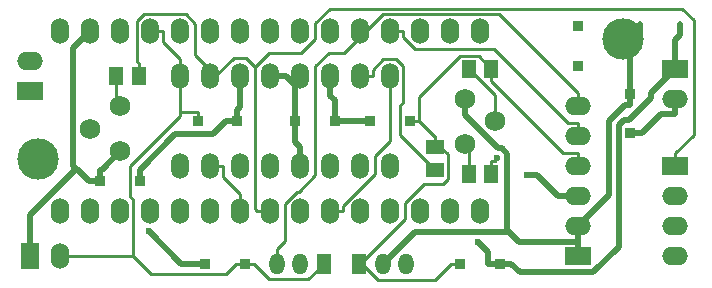
<source format=gbr>
G04 #@! TF.FileFunction,Copper,L2,Bot,Signal*
%FSLAX46Y46*%
G04 Gerber Fmt 4.6, Leading zero omitted, Abs format (unit mm)*
G04 Created by KiCad (PCBNEW 0.201506222247+5806~23~ubuntu14.04.1-product) date mar 23 giu 2015 18:59:40 CEST*
%MOMM*%
G01*
G04 APERTURE LIST*
%ADD10C,0.200000*%
%ADD11O,1.501140X2.199640*%
%ADD12C,1.750060*%
%ADD13R,1.300480X1.498600*%
%ADD14R,1.498600X1.300480*%
%ADD15R,2.199640X1.524000*%
%ADD16O,2.199640X1.524000*%
%ADD17R,1.300000X1.800000*%
%ADD18O,1.300000X1.800000*%
%ADD19C,3.500120*%
%ADD20O,1.524000X2.199640*%
%ADD21O,1.524000X2.197100*%
%ADD22R,1.524000X2.199640*%
%ADD23R,0.850900X0.850900*%
%ADD24C,0.600000*%
%ADD25C,0.500000*%
%ADD26C,0.250000*%
G04 APERTURE END LIST*
D10*
D11*
X106680000Y-77470000D03*
X109220000Y-77470000D03*
X111760000Y-77470000D03*
X114300000Y-77470000D03*
X116840000Y-77470000D03*
X119380000Y-77470000D03*
X121920000Y-77470000D03*
X124460000Y-77470000D03*
X124460000Y-69850000D03*
X121920000Y-69850000D03*
X119380000Y-69850000D03*
X116840000Y-69850000D03*
X114300000Y-69850000D03*
X111760000Y-69850000D03*
X109220000Y-69850000D03*
X106680000Y-69850000D03*
D12*
X130810000Y-75565000D03*
X133350000Y-73660000D03*
X130810000Y-71755000D03*
X101600000Y-72390000D03*
X99060000Y-74295000D03*
X101600000Y-76200000D03*
D13*
X133032500Y-78105000D03*
X131127500Y-78105000D03*
X133032500Y-69215000D03*
X131127500Y-69215000D03*
D14*
X128270000Y-75882500D03*
X128270000Y-77787500D03*
D13*
X103187500Y-69850000D03*
X101282500Y-69850000D03*
D15*
X148590000Y-69215000D03*
D16*
X148590000Y-71755000D03*
D15*
X148590000Y-77470000D03*
D16*
X148590000Y-80010000D03*
X148590000Y-82550000D03*
X148590000Y-85090000D03*
D15*
X93980000Y-71120000D03*
D16*
X93980000Y-68580000D03*
D17*
X121825000Y-85725000D03*
D18*
X123825000Y-85725000D03*
X125825000Y-85725000D03*
D19*
X94615000Y-76835000D03*
X144145000Y-66675000D03*
D17*
X118840000Y-85725000D03*
D18*
X116840000Y-85725000D03*
X114840000Y-85725000D03*
D20*
X96520000Y-81280000D03*
X99060000Y-81280000D03*
X101600000Y-81280000D03*
X104140000Y-81280000D03*
X106680000Y-81280000D03*
X109220000Y-81280000D03*
X111760000Y-81280000D03*
X114300000Y-81280000D03*
X116840000Y-81280000D03*
X119380000Y-81280000D03*
X121920000Y-81280000D03*
X124460000Y-81280000D03*
X127000000Y-81280000D03*
X129540000Y-81280000D03*
X132080000Y-81280000D03*
X132080000Y-66040000D03*
X129540000Y-66040000D03*
X127000000Y-66040000D03*
X124460000Y-66040000D03*
D21*
X121920000Y-66040000D03*
X119380000Y-66040000D03*
X116840000Y-66040000D03*
X114300000Y-66040000D03*
X111760000Y-66040000D03*
X109220000Y-66040000D03*
X106680000Y-66040000D03*
X104140000Y-66040000D03*
X101600000Y-66040000D03*
X99060000Y-66040000D03*
X96520000Y-66040000D03*
D15*
X140335000Y-85090000D03*
D16*
X140335000Y-82550000D03*
X140335000Y-80010000D03*
X140335000Y-77470000D03*
X140335000Y-74930000D03*
X140335000Y-72390000D03*
D22*
X93980000Y-85090000D03*
D20*
X96520000Y-85090000D03*
D23*
X133753860Y-85725000D03*
X130406140Y-85725000D03*
X140335000Y-68983860D03*
X140335000Y-65636140D03*
X108816140Y-85725000D03*
X112163860Y-85725000D03*
X144780000Y-71351140D03*
X144780000Y-74698860D03*
X111528860Y-73660000D03*
X108181140Y-73660000D03*
X99926140Y-78740000D03*
X103273860Y-78740000D03*
X122786140Y-73660000D03*
X126133860Y-73660000D03*
X116436140Y-73660000D03*
X119783860Y-73660000D03*
D24*
X131867800Y-83863600D03*
X104035700Y-83007400D03*
X136078500Y-78225200D03*
X133539600Y-76809300D03*
D25*
X148993900Y-65405000D02*
X148993900Y-66380700D01*
X148590000Y-66784600D02*
X148590000Y-69215000D01*
X148993900Y-66380700D02*
X148590000Y-66784600D01*
X135465800Y-86461100D02*
X134729700Y-85725000D01*
X141625100Y-86461100D02*
X135465800Y-86461100D01*
X143804300Y-84281900D02*
X141625100Y-86461100D01*
X143804300Y-74009800D02*
X143804300Y-84281900D01*
X144228800Y-73585300D02*
X143804300Y-74009800D01*
X144653400Y-73585300D02*
X144228800Y-73585300D01*
X146543200Y-71695500D02*
X144653400Y-73585300D01*
X146543200Y-71261800D02*
X146543200Y-71695500D01*
X148590000Y-69215000D02*
X146543200Y-71261800D01*
X134241800Y-85725000D02*
X134729700Y-85725000D01*
X134241800Y-85725000D02*
X133753900Y-85725000D01*
X133753900Y-85725000D02*
X132778200Y-85725000D01*
X132778200Y-84774000D02*
X131867800Y-83863600D01*
X132778200Y-85725000D02*
X132778200Y-84774000D01*
D26*
X108181100Y-73660000D02*
X108181100Y-72909300D01*
X126133900Y-73660000D02*
X126884600Y-73660000D01*
X139125600Y-76382700D02*
X133032500Y-70289600D01*
X140335000Y-76382700D02*
X139125600Y-76382700D01*
X140335000Y-77470000D02*
X140335000Y-76382700D01*
X133032500Y-69215000D02*
X133032500Y-70289600D01*
X105227300Y-66972100D02*
X105227300Y-66040000D01*
X106680000Y-68424800D02*
X105227300Y-66972100D01*
X106680000Y-69850000D02*
X106680000Y-68424800D01*
X104140000Y-66040000D02*
X105227300Y-66040000D01*
X112163900Y-85725000D02*
X111413100Y-85725000D01*
X96520000Y-85090000D02*
X97607300Y-85090000D01*
X106680000Y-72909300D02*
X106680000Y-69850000D01*
X108181100Y-72909300D02*
X106680000Y-72909300D01*
X102695500Y-80313400D02*
X102695500Y-85090000D01*
X102423000Y-80040900D02*
X102695500Y-80313400D01*
X102423000Y-77500400D02*
X102423000Y-80040900D01*
X106680000Y-73243400D02*
X102423000Y-77500400D01*
X106680000Y-72909300D02*
X106680000Y-73243400D01*
X104188900Y-86583400D02*
X102695500Y-85090000D01*
X110554700Y-86583400D02*
X104188900Y-86583400D01*
X111413100Y-85725000D02*
X110554700Y-86583400D01*
X102695500Y-85090000D02*
X97607300Y-85090000D01*
X112163900Y-85725000D02*
X112914600Y-85725000D01*
X114243000Y-87053400D02*
X112914600Y-85725000D01*
X117511600Y-87053400D02*
X114243000Y-87053400D01*
X118840000Y-85725000D02*
X117511600Y-87053400D01*
X131957800Y-68140300D02*
X133032500Y-69215000D01*
X130334400Y-68140300D02*
X131957800Y-68140300D01*
X126884600Y-71590100D02*
X130334400Y-68140300D01*
X126884600Y-73660000D02*
X126884600Y-71590100D01*
X128131600Y-74907000D02*
X128270000Y-74907000D01*
X126884600Y-73660000D02*
X128131600Y-74907000D01*
X128270000Y-75882500D02*
X128270000Y-75394700D01*
X128270000Y-75394700D02*
X128270000Y-74907000D01*
X125730000Y-81914900D02*
X121987100Y-85657800D01*
X125730000Y-80604500D02*
X125730000Y-81914900D01*
X127360800Y-78973700D02*
X125730000Y-80604500D01*
X128967400Y-78973700D02*
X127360800Y-78973700D01*
X129344700Y-78596400D02*
X128967400Y-78973700D01*
X129344700Y-76469400D02*
X129344700Y-78596400D01*
X128270000Y-75394700D02*
X129344700Y-76469400D01*
X121919900Y-85725000D02*
X121825000Y-85725000D01*
X121987100Y-85657800D02*
X121919900Y-85725000D01*
X128293200Y-87087200D02*
X129655400Y-85725000D01*
X123416500Y-87087200D02*
X128293200Y-87087200D01*
X121987100Y-85657800D02*
X123416500Y-87087200D01*
X130406100Y-85725000D02*
X129655400Y-85725000D01*
D25*
X145646100Y-65405000D02*
X145646100Y-66380700D01*
X144780000Y-67246800D02*
X145646100Y-66380700D01*
X144780000Y-71351100D02*
X144780000Y-67246800D01*
X144780000Y-71351100D02*
X144780000Y-72326800D01*
X143004000Y-79881000D02*
X140335000Y-82550000D01*
X143004000Y-73678200D02*
X143004000Y-79881000D01*
X144355400Y-72326800D02*
X143004000Y-73678200D01*
X144780000Y-72326800D02*
X144355400Y-72326800D01*
X140335000Y-82550000D02*
X140335000Y-83862300D01*
X140335000Y-83862300D02*
X140335000Y-85090000D01*
X99926100Y-78740000D02*
X98950300Y-78740000D01*
X100035800Y-77764200D02*
X99926100Y-77764200D01*
X101600000Y-76200000D02*
X100035800Y-77764200D01*
X99926100Y-78740000D02*
X99926100Y-77764200D01*
X97602600Y-77473200D02*
X97852500Y-77723100D01*
X97602600Y-67497400D02*
X97602600Y-77473200D01*
X99060000Y-66040000D02*
X97602600Y-67497400D01*
X97933400Y-77723100D02*
X97852500Y-77723100D01*
X98950300Y-78740000D02*
X97933400Y-77723100D01*
X93980000Y-81595600D02*
X93980000Y-85090000D01*
X97852500Y-77723100D02*
X93980000Y-81595600D01*
X116840000Y-77470000D02*
X116840000Y-75819800D01*
X116436100Y-75415900D02*
X116840000Y-75819800D01*
X116436100Y-73660000D02*
X116436100Y-75415900D01*
X116436100Y-73660000D02*
X116436100Y-72684200D01*
X114300000Y-69850000D02*
X115600900Y-69850000D01*
X116840000Y-69850000D02*
X116220500Y-70469500D01*
X116436100Y-70685200D02*
X116220500Y-70469500D01*
X116436100Y-72684200D02*
X116436100Y-70685200D01*
X116220500Y-70469500D02*
X115600900Y-69850000D01*
X135355400Y-83862300D02*
X134389900Y-82896800D01*
X140335000Y-83862300D02*
X135355400Y-83862300D01*
X134273400Y-83013300D02*
X134389900Y-82896800D01*
X126536700Y-83013300D02*
X134273400Y-83013300D01*
X123825000Y-85725000D02*
X126536700Y-83013300D01*
X130810000Y-73138900D02*
X130810000Y-71755000D01*
X133630100Y-75959000D02*
X130810000Y-73138900D01*
X133891900Y-75959000D02*
X133630100Y-75959000D01*
X134389900Y-76457000D02*
X133891900Y-75959000D01*
X134389900Y-82896800D02*
X134389900Y-76457000D01*
X147387400Y-73067300D02*
X148590000Y-73067300D01*
X145755800Y-74698900D02*
X147387400Y-73067300D01*
X144780000Y-74698900D02*
X145755800Y-74698900D01*
X148590000Y-71755000D02*
X148590000Y-73067300D01*
X108816100Y-85725000D02*
X107840300Y-85725000D01*
X106753300Y-85725000D02*
X104035700Y-83007400D01*
X107840300Y-85725000D02*
X106753300Y-85725000D01*
X122786100Y-73660000D02*
X121810300Y-73660000D01*
X119783900Y-73660000D02*
X121810300Y-73660000D01*
X119783900Y-71904100D02*
X119380000Y-71500200D01*
X119783900Y-73660000D02*
X119783900Y-71904100D01*
X119380000Y-69850000D02*
X119380000Y-71500200D01*
D26*
X133350000Y-71437500D02*
X133350000Y-73660000D01*
X131127500Y-69215000D02*
X133350000Y-71437500D01*
D25*
X140335000Y-80010000D02*
X138684800Y-80010000D01*
X136900000Y-78225200D02*
X136078500Y-78225200D01*
X138684800Y-80010000D02*
X136900000Y-78225200D01*
D26*
X122995900Y-69312000D02*
X122995900Y-69850000D01*
X123886500Y-68421400D02*
X122995900Y-69312000D01*
X124936900Y-68421400D02*
X123886500Y-68421400D01*
X125547200Y-69031700D02*
X124936900Y-68421400D01*
X125547200Y-72102100D02*
X125547200Y-69031700D01*
X125329100Y-72320200D02*
X125547200Y-72102100D01*
X125329100Y-74846600D02*
X125329100Y-72320200D01*
X128270000Y-77787500D02*
X125329100Y-74846600D01*
X121920000Y-69850000D02*
X122995900Y-69850000D01*
X131127500Y-75882500D02*
X130810000Y-75565000D01*
X131127500Y-78105000D02*
X131127500Y-75882500D01*
X101282500Y-72072500D02*
X101600000Y-72390000D01*
X101282500Y-69850000D02*
X101282500Y-72072500D01*
D25*
X103273900Y-78740000D02*
X103273900Y-77764200D01*
X109433300Y-74779900D02*
X110553200Y-73660000D01*
X106258200Y-74779900D02*
X109433300Y-74779900D01*
X103273900Y-77764200D02*
X106258200Y-74779900D01*
X111760000Y-72453200D02*
X111760000Y-69850000D01*
X111528900Y-72684300D02*
X111760000Y-72453200D01*
X111528900Y-73660000D02*
X111528900Y-72684300D01*
X111528900Y-73660000D02*
X110553200Y-73660000D01*
D26*
X110295900Y-78390700D02*
X110295900Y-77470000D01*
X111760000Y-79854800D02*
X110295900Y-78390700D01*
X111760000Y-81280000D02*
X111760000Y-79854800D01*
X109220000Y-77470000D02*
X110295900Y-77470000D01*
X133318500Y-77030400D02*
X133032500Y-77030400D01*
X133539600Y-76809300D02*
X133318500Y-77030400D01*
X133032500Y-78105000D02*
X133032500Y-77030400D01*
X124460000Y-75346800D02*
X124460000Y-69850000D01*
X123179700Y-76627100D02*
X124460000Y-75346800D01*
X123179700Y-78121100D02*
X123179700Y-76627100D01*
X120467300Y-80833500D02*
X123179700Y-78121100D01*
X120467300Y-81280000D02*
X120467300Y-80833500D01*
X119380000Y-81280000D02*
X120467300Y-81280000D01*
X109220000Y-69850000D02*
X109758000Y-69850000D01*
X103028700Y-68616600D02*
X103187500Y-68775400D01*
X103028700Y-65207100D02*
X103028700Y-68616600D01*
X103637800Y-64598000D02*
X103028700Y-65207100D01*
X107141700Y-64598000D02*
X103637800Y-64598000D01*
X107950000Y-65406300D02*
X107141700Y-64598000D01*
X107950000Y-68042000D02*
X107950000Y-65406300D01*
X109758000Y-69850000D02*
X107950000Y-68042000D01*
X103187500Y-69850000D02*
X103187500Y-68775400D01*
X114300000Y-81280000D02*
X113212700Y-81280000D01*
X148590000Y-77470000D02*
X148590000Y-76382700D01*
X114230900Y-67876000D02*
X113030000Y-69076900D01*
X116911200Y-67876000D02*
X114230900Y-67876000D01*
X118110000Y-66677200D02*
X116911200Y-67876000D01*
X118110000Y-65365900D02*
X118110000Y-66677200D01*
X119343200Y-64132700D02*
X118110000Y-65365900D01*
X149179000Y-64132700D02*
X119343200Y-64132700D01*
X150173300Y-65127000D02*
X149179000Y-64132700D01*
X150173300Y-74799400D02*
X150173300Y-65127000D01*
X148590000Y-76382700D02*
X150173300Y-74799400D01*
X113030000Y-81097300D02*
X113030000Y-69076900D01*
X113212700Y-81280000D02*
X113030000Y-81097300D01*
X109758000Y-69778300D02*
X109758000Y-69850000D01*
X111253900Y-68282400D02*
X109758000Y-69778300D01*
X112235500Y-68282400D02*
X111253900Y-68282400D01*
X113030000Y-69076900D02*
X112235500Y-68282400D01*
X125547300Y-66583600D02*
X125547300Y-66040000D01*
X126527100Y-67563400D02*
X125547300Y-66583600D01*
X133268700Y-67563400D02*
X126527100Y-67563400D01*
X139548000Y-73842700D02*
X133268700Y-67563400D01*
X140335000Y-73842700D02*
X139548000Y-73842700D01*
X140335000Y-74930000D02*
X140335000Y-73842700D01*
X124460000Y-66040000D02*
X125547300Y-66040000D01*
X121920000Y-66040000D02*
X122411500Y-66040000D01*
X115518400Y-83821300D02*
X114840000Y-84499700D01*
X115518400Y-80688900D02*
X115518400Y-83821300D01*
X116581400Y-79625900D02*
X115518400Y-80688900D01*
X116726000Y-79625900D02*
X116581400Y-79625900D01*
X118110000Y-78241900D02*
X116726000Y-79625900D01*
X118110000Y-69026300D02*
X118110000Y-78241900D01*
X119260300Y-67876000D02*
X118110000Y-69026300D01*
X120575500Y-67876000D02*
X119260300Y-67876000D01*
X122411500Y-66040000D02*
X120575500Y-67876000D01*
X114840000Y-85725000D02*
X114840000Y-84499700D01*
X123844200Y-64607300D02*
X122411500Y-66040000D01*
X133639600Y-64607300D02*
X123844200Y-64607300D01*
X140335000Y-71302700D02*
X133639600Y-64607300D01*
X140335000Y-72390000D02*
X140335000Y-71302700D01*
M02*

</source>
